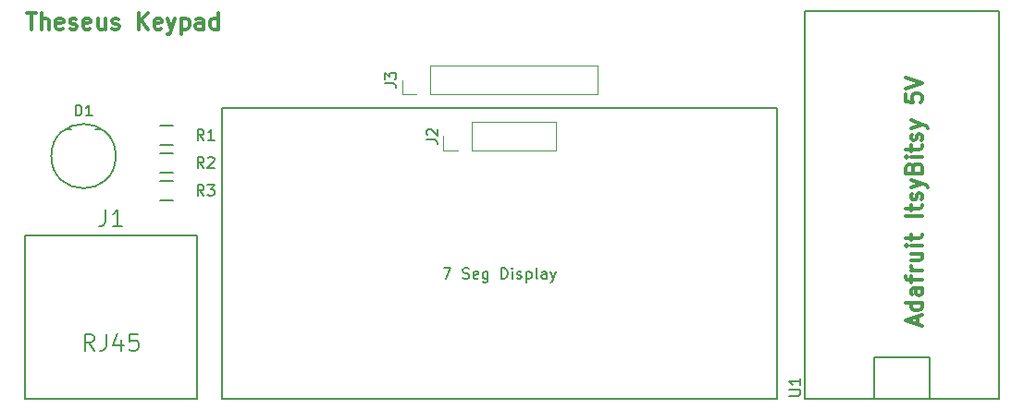
<source format=gto>
G04 #@! TF.FileFunction,Legend,Top*
%FSLAX46Y46*%
G04 Gerber Fmt 4.6, Leading zero omitted, Abs format (unit mm)*
G04 Created by KiCad (PCBNEW 4.0.7) date Thursday, May 03, 2018 'PMt' 09:58:57 PM*
%MOMM*%
%LPD*%
G01*
G04 APERTURE LIST*
%ADD10C,0.100000*%
%ADD11C,0.300000*%
%ADD12C,0.150000*%
%ADD13C,0.120000*%
G04 APERTURE END LIST*
D10*
D11*
X191893000Y-107516000D02*
X191893000Y-106801714D01*
X192321571Y-107658857D02*
X190821571Y-107158857D01*
X192321571Y-106658857D01*
X192321571Y-105516000D02*
X190821571Y-105516000D01*
X192250143Y-105516000D02*
X192321571Y-105658857D01*
X192321571Y-105944571D01*
X192250143Y-106087429D01*
X192178714Y-106158857D01*
X192035857Y-106230286D01*
X191607286Y-106230286D01*
X191464429Y-106158857D01*
X191393000Y-106087429D01*
X191321571Y-105944571D01*
X191321571Y-105658857D01*
X191393000Y-105516000D01*
X192321571Y-104158857D02*
X191535857Y-104158857D01*
X191393000Y-104230286D01*
X191321571Y-104373143D01*
X191321571Y-104658857D01*
X191393000Y-104801714D01*
X192250143Y-104158857D02*
X192321571Y-104301714D01*
X192321571Y-104658857D01*
X192250143Y-104801714D01*
X192107286Y-104873143D01*
X191964429Y-104873143D01*
X191821571Y-104801714D01*
X191750143Y-104658857D01*
X191750143Y-104301714D01*
X191678714Y-104158857D01*
X191321571Y-103658857D02*
X191321571Y-103087428D01*
X192321571Y-103444571D02*
X191035857Y-103444571D01*
X190893000Y-103373143D01*
X190821571Y-103230285D01*
X190821571Y-103087428D01*
X192321571Y-102587428D02*
X191321571Y-102587428D01*
X191607286Y-102587428D02*
X191464429Y-102516000D01*
X191393000Y-102444571D01*
X191321571Y-102301714D01*
X191321571Y-102158857D01*
X191321571Y-101016000D02*
X192321571Y-101016000D01*
X191321571Y-101658857D02*
X192107286Y-101658857D01*
X192250143Y-101587429D01*
X192321571Y-101444571D01*
X192321571Y-101230286D01*
X192250143Y-101087429D01*
X192178714Y-101016000D01*
X192321571Y-100301714D02*
X191321571Y-100301714D01*
X190821571Y-100301714D02*
X190893000Y-100373143D01*
X190964429Y-100301714D01*
X190893000Y-100230286D01*
X190821571Y-100301714D01*
X190964429Y-100301714D01*
X191321571Y-99801714D02*
X191321571Y-99230285D01*
X190821571Y-99587428D02*
X192107286Y-99587428D01*
X192250143Y-99516000D01*
X192321571Y-99373142D01*
X192321571Y-99230285D01*
X192321571Y-97587428D02*
X190821571Y-97587428D01*
X191321571Y-97087428D02*
X191321571Y-96515999D01*
X190821571Y-96873142D02*
X192107286Y-96873142D01*
X192250143Y-96801714D01*
X192321571Y-96658856D01*
X192321571Y-96515999D01*
X192250143Y-96087428D02*
X192321571Y-95944571D01*
X192321571Y-95658856D01*
X192250143Y-95515999D01*
X192107286Y-95444571D01*
X192035857Y-95444571D01*
X191893000Y-95515999D01*
X191821571Y-95658856D01*
X191821571Y-95873142D01*
X191750143Y-96015999D01*
X191607286Y-96087428D01*
X191535857Y-96087428D01*
X191393000Y-96015999D01*
X191321571Y-95873142D01*
X191321571Y-95658856D01*
X191393000Y-95515999D01*
X191321571Y-94944570D02*
X192321571Y-94587427D01*
X191321571Y-94230285D02*
X192321571Y-94587427D01*
X192678714Y-94730285D01*
X192750143Y-94801713D01*
X192821571Y-94944570D01*
X191535857Y-93158856D02*
X191607286Y-92944570D01*
X191678714Y-92873142D01*
X191821571Y-92801713D01*
X192035857Y-92801713D01*
X192178714Y-92873142D01*
X192250143Y-92944570D01*
X192321571Y-93087428D01*
X192321571Y-93658856D01*
X190821571Y-93658856D01*
X190821571Y-93158856D01*
X190893000Y-93015999D01*
X190964429Y-92944570D01*
X191107286Y-92873142D01*
X191250143Y-92873142D01*
X191393000Y-92944570D01*
X191464429Y-93015999D01*
X191535857Y-93158856D01*
X191535857Y-93658856D01*
X192321571Y-92158856D02*
X191321571Y-92158856D01*
X190821571Y-92158856D02*
X190893000Y-92230285D01*
X190964429Y-92158856D01*
X190893000Y-92087428D01*
X190821571Y-92158856D01*
X190964429Y-92158856D01*
X191321571Y-91658856D02*
X191321571Y-91087427D01*
X190821571Y-91444570D02*
X192107286Y-91444570D01*
X192250143Y-91373142D01*
X192321571Y-91230284D01*
X192321571Y-91087427D01*
X192250143Y-90658856D02*
X192321571Y-90515999D01*
X192321571Y-90230284D01*
X192250143Y-90087427D01*
X192107286Y-90015999D01*
X192035857Y-90015999D01*
X191893000Y-90087427D01*
X191821571Y-90230284D01*
X191821571Y-90444570D01*
X191750143Y-90587427D01*
X191607286Y-90658856D01*
X191535857Y-90658856D01*
X191393000Y-90587427D01*
X191321571Y-90444570D01*
X191321571Y-90230284D01*
X191393000Y-90087427D01*
X191321571Y-89515998D02*
X192321571Y-89158855D01*
X191321571Y-88801713D02*
X192321571Y-89158855D01*
X192678714Y-89301713D01*
X192750143Y-89373141D01*
X192821571Y-89515998D01*
X190821571Y-86373141D02*
X190821571Y-87087427D01*
X191535857Y-87158856D01*
X191464429Y-87087427D01*
X191393000Y-86944570D01*
X191393000Y-86587427D01*
X191464429Y-86444570D01*
X191535857Y-86373141D01*
X191678714Y-86301713D01*
X192035857Y-86301713D01*
X192178714Y-86373141D01*
X192250143Y-86444570D01*
X192321571Y-86587427D01*
X192321571Y-86944570D01*
X192250143Y-87087427D01*
X192178714Y-87158856D01*
X190821571Y-85873142D02*
X192321571Y-85373142D01*
X190821571Y-84873142D01*
X110395857Y-78934571D02*
X111253000Y-78934571D01*
X110824429Y-80434571D02*
X110824429Y-78934571D01*
X111753000Y-80434571D02*
X111753000Y-78934571D01*
X112395857Y-80434571D02*
X112395857Y-79648857D01*
X112324428Y-79506000D01*
X112181571Y-79434571D01*
X111967286Y-79434571D01*
X111824428Y-79506000D01*
X111753000Y-79577429D01*
X113681571Y-80363143D02*
X113538714Y-80434571D01*
X113253000Y-80434571D01*
X113110143Y-80363143D01*
X113038714Y-80220286D01*
X113038714Y-79648857D01*
X113110143Y-79506000D01*
X113253000Y-79434571D01*
X113538714Y-79434571D01*
X113681571Y-79506000D01*
X113753000Y-79648857D01*
X113753000Y-79791714D01*
X113038714Y-79934571D01*
X114324428Y-80363143D02*
X114467285Y-80434571D01*
X114753000Y-80434571D01*
X114895857Y-80363143D01*
X114967285Y-80220286D01*
X114967285Y-80148857D01*
X114895857Y-80006000D01*
X114753000Y-79934571D01*
X114538714Y-79934571D01*
X114395857Y-79863143D01*
X114324428Y-79720286D01*
X114324428Y-79648857D01*
X114395857Y-79506000D01*
X114538714Y-79434571D01*
X114753000Y-79434571D01*
X114895857Y-79506000D01*
X116181571Y-80363143D02*
X116038714Y-80434571D01*
X115753000Y-80434571D01*
X115610143Y-80363143D01*
X115538714Y-80220286D01*
X115538714Y-79648857D01*
X115610143Y-79506000D01*
X115753000Y-79434571D01*
X116038714Y-79434571D01*
X116181571Y-79506000D01*
X116253000Y-79648857D01*
X116253000Y-79791714D01*
X115538714Y-79934571D01*
X117538714Y-79434571D02*
X117538714Y-80434571D01*
X116895857Y-79434571D02*
X116895857Y-80220286D01*
X116967285Y-80363143D01*
X117110143Y-80434571D01*
X117324428Y-80434571D01*
X117467285Y-80363143D01*
X117538714Y-80291714D01*
X118181571Y-80363143D02*
X118324428Y-80434571D01*
X118610143Y-80434571D01*
X118753000Y-80363143D01*
X118824428Y-80220286D01*
X118824428Y-80148857D01*
X118753000Y-80006000D01*
X118610143Y-79934571D01*
X118395857Y-79934571D01*
X118253000Y-79863143D01*
X118181571Y-79720286D01*
X118181571Y-79648857D01*
X118253000Y-79506000D01*
X118395857Y-79434571D01*
X118610143Y-79434571D01*
X118753000Y-79506000D01*
X120610143Y-80434571D02*
X120610143Y-78934571D01*
X121467286Y-80434571D02*
X120824429Y-79577429D01*
X121467286Y-78934571D02*
X120610143Y-79791714D01*
X122681571Y-80363143D02*
X122538714Y-80434571D01*
X122253000Y-80434571D01*
X122110143Y-80363143D01*
X122038714Y-80220286D01*
X122038714Y-79648857D01*
X122110143Y-79506000D01*
X122253000Y-79434571D01*
X122538714Y-79434571D01*
X122681571Y-79506000D01*
X122753000Y-79648857D01*
X122753000Y-79791714D01*
X122038714Y-79934571D01*
X123253000Y-79434571D02*
X123610143Y-80434571D01*
X123967285Y-79434571D02*
X123610143Y-80434571D01*
X123467285Y-80791714D01*
X123395857Y-80863143D01*
X123253000Y-80934571D01*
X124538714Y-79434571D02*
X124538714Y-80934571D01*
X124538714Y-79506000D02*
X124681571Y-79434571D01*
X124967285Y-79434571D01*
X125110142Y-79506000D01*
X125181571Y-79577429D01*
X125253000Y-79720286D01*
X125253000Y-80148857D01*
X125181571Y-80291714D01*
X125110142Y-80363143D01*
X124967285Y-80434571D01*
X124681571Y-80434571D01*
X124538714Y-80363143D01*
X126538714Y-80434571D02*
X126538714Y-79648857D01*
X126467285Y-79506000D01*
X126324428Y-79434571D01*
X126038714Y-79434571D01*
X125895857Y-79506000D01*
X126538714Y-80363143D02*
X126395857Y-80434571D01*
X126038714Y-80434571D01*
X125895857Y-80363143D01*
X125824428Y-80220286D01*
X125824428Y-80077429D01*
X125895857Y-79934571D01*
X126038714Y-79863143D01*
X126395857Y-79863143D01*
X126538714Y-79791714D01*
X127895857Y-80434571D02*
X127895857Y-78934571D01*
X127895857Y-80363143D02*
X127753000Y-80434571D01*
X127467286Y-80434571D01*
X127324428Y-80363143D01*
X127253000Y-80291714D01*
X127181571Y-80148857D01*
X127181571Y-79720286D01*
X127253000Y-79577429D01*
X127324428Y-79506000D01*
X127467286Y-79434571D01*
X127753000Y-79434571D01*
X127895857Y-79506000D01*
D12*
X128270000Y-114300000D02*
X128270000Y-87630000D01*
X179070000Y-114300000D02*
X128270000Y-114300000D01*
X179070000Y-87630000D02*
X179070000Y-114300000D01*
X128270000Y-87630000D02*
X179070000Y-87630000D01*
D13*
X158795517Y-91572409D02*
X158795517Y-88912409D01*
X151115517Y-91572409D02*
X158795517Y-91572409D01*
X151115517Y-88912409D02*
X158795517Y-88912409D01*
X151115517Y-91572409D02*
X151115517Y-88912409D01*
X149845517Y-91572409D02*
X148515517Y-91572409D01*
X148515517Y-91572409D02*
X148515517Y-90242409D01*
D12*
X114470000Y-89575000D02*
X114020000Y-89575000D01*
X118520000Y-92075000D02*
G75*
G03X118520000Y-92075000I-2950000J0D01*
G01*
X116670000Y-89575000D02*
X117120000Y-89575000D01*
X110490000Y-99314000D02*
X125984000Y-99314000D01*
X125984000Y-99314000D02*
X125984000Y-114300000D01*
X125984000Y-114300000D02*
X110236000Y-114300000D01*
X110236000Y-114300000D02*
X110236000Y-99314000D01*
X110236000Y-99314000D02*
X110490000Y-99314000D01*
D13*
X162620000Y-86420000D02*
X162620000Y-83760000D01*
X147320000Y-86420000D02*
X162620000Y-86420000D01*
X147320000Y-83760000D02*
X162620000Y-83760000D01*
X147320000Y-86420000D02*
X147320000Y-83760000D01*
X146050000Y-86420000D02*
X144720000Y-86420000D01*
X144720000Y-86420000D02*
X144720000Y-85090000D01*
D12*
X123790000Y-91045000D02*
X122590000Y-91045000D01*
X122590000Y-89295000D02*
X123790000Y-89295000D01*
X123790000Y-93585000D02*
X122590000Y-93585000D01*
X122590000Y-91835000D02*
X123790000Y-91835000D01*
X123790000Y-96125000D02*
X122590000Y-96125000D01*
X122590000Y-94375000D02*
X123790000Y-94375000D01*
X193040000Y-110490000D02*
X193040000Y-114300000D01*
X187960000Y-110490000D02*
X193040000Y-110490000D01*
X187960000Y-114300000D02*
X187960000Y-110490000D01*
X199390000Y-114300000D02*
X181610000Y-114300000D01*
X199390000Y-78740000D02*
X199390000Y-114300000D01*
X181610000Y-78740000D02*
X199390000Y-78740000D01*
X181610000Y-114300000D02*
X181610000Y-78740000D01*
X146967898Y-90575742D02*
X147682184Y-90575742D01*
X147825041Y-90623362D01*
X147920279Y-90718600D01*
X147967898Y-90861457D01*
X147967898Y-90956695D01*
X147063136Y-90147171D02*
X147015517Y-90099552D01*
X146967898Y-90004314D01*
X146967898Y-89766218D01*
X147015517Y-89670980D01*
X147063136Y-89623361D01*
X147158374Y-89575742D01*
X147253612Y-89575742D01*
X147396469Y-89623361D01*
X147967898Y-90194790D01*
X147967898Y-89575742D01*
X148527142Y-102322381D02*
X149193809Y-102322381D01*
X148765237Y-103322381D01*
X150289047Y-103274762D02*
X150431904Y-103322381D01*
X150670000Y-103322381D01*
X150765238Y-103274762D01*
X150812857Y-103227143D01*
X150860476Y-103131905D01*
X150860476Y-103036667D01*
X150812857Y-102941429D01*
X150765238Y-102893810D01*
X150670000Y-102846190D01*
X150479523Y-102798571D01*
X150384285Y-102750952D01*
X150336666Y-102703333D01*
X150289047Y-102608095D01*
X150289047Y-102512857D01*
X150336666Y-102417619D01*
X150384285Y-102370000D01*
X150479523Y-102322381D01*
X150717619Y-102322381D01*
X150860476Y-102370000D01*
X151670000Y-103274762D02*
X151574762Y-103322381D01*
X151384285Y-103322381D01*
X151289047Y-103274762D01*
X151241428Y-103179524D01*
X151241428Y-102798571D01*
X151289047Y-102703333D01*
X151384285Y-102655714D01*
X151574762Y-102655714D01*
X151670000Y-102703333D01*
X151717619Y-102798571D01*
X151717619Y-102893810D01*
X151241428Y-102989048D01*
X152574762Y-102655714D02*
X152574762Y-103465238D01*
X152527143Y-103560476D01*
X152479524Y-103608095D01*
X152384285Y-103655714D01*
X152241428Y-103655714D01*
X152146190Y-103608095D01*
X152574762Y-103274762D02*
X152479524Y-103322381D01*
X152289047Y-103322381D01*
X152193809Y-103274762D01*
X152146190Y-103227143D01*
X152098571Y-103131905D01*
X152098571Y-102846190D01*
X152146190Y-102750952D01*
X152193809Y-102703333D01*
X152289047Y-102655714D01*
X152479524Y-102655714D01*
X152574762Y-102703333D01*
X153812857Y-103322381D02*
X153812857Y-102322381D01*
X154050952Y-102322381D01*
X154193810Y-102370000D01*
X154289048Y-102465238D01*
X154336667Y-102560476D01*
X154384286Y-102750952D01*
X154384286Y-102893810D01*
X154336667Y-103084286D01*
X154289048Y-103179524D01*
X154193810Y-103274762D01*
X154050952Y-103322381D01*
X153812857Y-103322381D01*
X154812857Y-103322381D02*
X154812857Y-102655714D01*
X154812857Y-102322381D02*
X154765238Y-102370000D01*
X154812857Y-102417619D01*
X154860476Y-102370000D01*
X154812857Y-102322381D01*
X154812857Y-102417619D01*
X155241428Y-103274762D02*
X155336666Y-103322381D01*
X155527142Y-103322381D01*
X155622381Y-103274762D01*
X155670000Y-103179524D01*
X155670000Y-103131905D01*
X155622381Y-103036667D01*
X155527142Y-102989048D01*
X155384285Y-102989048D01*
X155289047Y-102941429D01*
X155241428Y-102846190D01*
X155241428Y-102798571D01*
X155289047Y-102703333D01*
X155384285Y-102655714D01*
X155527142Y-102655714D01*
X155622381Y-102703333D01*
X156098571Y-102655714D02*
X156098571Y-103655714D01*
X156098571Y-102703333D02*
X156193809Y-102655714D01*
X156384286Y-102655714D01*
X156479524Y-102703333D01*
X156527143Y-102750952D01*
X156574762Y-102846190D01*
X156574762Y-103131905D01*
X156527143Y-103227143D01*
X156479524Y-103274762D01*
X156384286Y-103322381D01*
X156193809Y-103322381D01*
X156098571Y-103274762D01*
X157146190Y-103322381D02*
X157050952Y-103274762D01*
X157003333Y-103179524D01*
X157003333Y-102322381D01*
X157955715Y-103322381D02*
X157955715Y-102798571D01*
X157908096Y-102703333D01*
X157812858Y-102655714D01*
X157622381Y-102655714D01*
X157527143Y-102703333D01*
X157955715Y-103274762D02*
X157860477Y-103322381D01*
X157622381Y-103322381D01*
X157527143Y-103274762D01*
X157479524Y-103179524D01*
X157479524Y-103084286D01*
X157527143Y-102989048D01*
X157622381Y-102941429D01*
X157860477Y-102941429D01*
X157955715Y-102893810D01*
X158336667Y-102655714D02*
X158574762Y-103322381D01*
X158812858Y-102655714D02*
X158574762Y-103322381D01*
X158479524Y-103560476D01*
X158431905Y-103608095D01*
X158336667Y-103655714D01*
X114831905Y-88372381D02*
X114831905Y-87372381D01*
X115070000Y-87372381D01*
X115212858Y-87420000D01*
X115308096Y-87515238D01*
X115355715Y-87610476D01*
X115403334Y-87800952D01*
X115403334Y-87943810D01*
X115355715Y-88134286D01*
X115308096Y-88229524D01*
X115212858Y-88324762D01*
X115070000Y-88372381D01*
X114831905Y-88372381D01*
X116355715Y-88372381D02*
X115784286Y-88372381D01*
X116070000Y-88372381D02*
X116070000Y-87372381D01*
X115974762Y-87515238D01*
X115879524Y-87610476D01*
X115784286Y-87658095D01*
X117602000Y-96955429D02*
X117602000Y-98044000D01*
X117529428Y-98261714D01*
X117384285Y-98406857D01*
X117166571Y-98479429D01*
X117021428Y-98479429D01*
X119126000Y-98479429D02*
X118255143Y-98479429D01*
X118690571Y-98479429D02*
X118690571Y-96955429D01*
X118545428Y-97173143D01*
X118400286Y-97318286D01*
X118255143Y-97390857D01*
X116549714Y-109909429D02*
X116041714Y-109183714D01*
X115678857Y-109909429D02*
X115678857Y-108385429D01*
X116259429Y-108385429D01*
X116404571Y-108458000D01*
X116477143Y-108530571D01*
X116549714Y-108675714D01*
X116549714Y-108893429D01*
X116477143Y-109038571D01*
X116404571Y-109111143D01*
X116259429Y-109183714D01*
X115678857Y-109183714D01*
X117638286Y-108385429D02*
X117638286Y-109474000D01*
X117565714Y-109691714D01*
X117420571Y-109836857D01*
X117202857Y-109909429D01*
X117057714Y-109909429D01*
X119017143Y-108893429D02*
X119017143Y-109909429D01*
X118654286Y-108312857D02*
X118291429Y-109401429D01*
X119234857Y-109401429D01*
X120541143Y-108385429D02*
X119815429Y-108385429D01*
X119742858Y-109111143D01*
X119815429Y-109038571D01*
X119960572Y-108966000D01*
X120323429Y-108966000D01*
X120468572Y-109038571D01*
X120541143Y-109111143D01*
X120613715Y-109256286D01*
X120613715Y-109619143D01*
X120541143Y-109764286D01*
X120468572Y-109836857D01*
X120323429Y-109909429D01*
X119960572Y-109909429D01*
X119815429Y-109836857D01*
X119742858Y-109764286D01*
X143172381Y-85423333D02*
X143886667Y-85423333D01*
X144029524Y-85470953D01*
X144124762Y-85566191D01*
X144172381Y-85709048D01*
X144172381Y-85804286D01*
X143172381Y-85042381D02*
X143172381Y-84423333D01*
X143553333Y-84756667D01*
X143553333Y-84613809D01*
X143600952Y-84518571D01*
X143648571Y-84470952D01*
X143743810Y-84423333D01*
X143981905Y-84423333D01*
X144077143Y-84470952D01*
X144124762Y-84518571D01*
X144172381Y-84613809D01*
X144172381Y-84899524D01*
X144124762Y-84994762D01*
X144077143Y-85042381D01*
X126579334Y-90622381D02*
X126246000Y-90146190D01*
X126007905Y-90622381D02*
X126007905Y-89622381D01*
X126388858Y-89622381D01*
X126484096Y-89670000D01*
X126531715Y-89717619D01*
X126579334Y-89812857D01*
X126579334Y-89955714D01*
X126531715Y-90050952D01*
X126484096Y-90098571D01*
X126388858Y-90146190D01*
X126007905Y-90146190D01*
X127531715Y-90622381D02*
X126960286Y-90622381D01*
X127246000Y-90622381D02*
X127246000Y-89622381D01*
X127150762Y-89765238D01*
X127055524Y-89860476D01*
X126960286Y-89908095D01*
X126579334Y-93162381D02*
X126246000Y-92686190D01*
X126007905Y-93162381D02*
X126007905Y-92162381D01*
X126388858Y-92162381D01*
X126484096Y-92210000D01*
X126531715Y-92257619D01*
X126579334Y-92352857D01*
X126579334Y-92495714D01*
X126531715Y-92590952D01*
X126484096Y-92638571D01*
X126388858Y-92686190D01*
X126007905Y-92686190D01*
X126960286Y-92257619D02*
X127007905Y-92210000D01*
X127103143Y-92162381D01*
X127341239Y-92162381D01*
X127436477Y-92210000D01*
X127484096Y-92257619D01*
X127531715Y-92352857D01*
X127531715Y-92448095D01*
X127484096Y-92590952D01*
X126912667Y-93162381D01*
X127531715Y-93162381D01*
X126579334Y-95702381D02*
X126246000Y-95226190D01*
X126007905Y-95702381D02*
X126007905Y-94702381D01*
X126388858Y-94702381D01*
X126484096Y-94750000D01*
X126531715Y-94797619D01*
X126579334Y-94892857D01*
X126579334Y-95035714D01*
X126531715Y-95130952D01*
X126484096Y-95178571D01*
X126388858Y-95226190D01*
X126007905Y-95226190D01*
X126912667Y-94702381D02*
X127531715Y-94702381D01*
X127198381Y-95083333D01*
X127341239Y-95083333D01*
X127436477Y-95130952D01*
X127484096Y-95178571D01*
X127531715Y-95273810D01*
X127531715Y-95511905D01*
X127484096Y-95607143D01*
X127436477Y-95654762D01*
X127341239Y-95702381D01*
X127055524Y-95702381D01*
X126960286Y-95654762D01*
X126912667Y-95607143D01*
X180173381Y-114045905D02*
X180982905Y-114045905D01*
X181078143Y-113998286D01*
X181125762Y-113950667D01*
X181173381Y-113855429D01*
X181173381Y-113664952D01*
X181125762Y-113569714D01*
X181078143Y-113522095D01*
X180982905Y-113474476D01*
X180173381Y-113474476D01*
X181173381Y-112474476D02*
X181173381Y-113045905D01*
X181173381Y-112760191D02*
X180173381Y-112760191D01*
X180316238Y-112855429D01*
X180411476Y-112950667D01*
X180459095Y-113045905D01*
M02*

</source>
